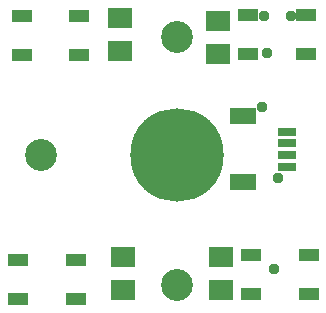
<source format=gts>
G75*
%MOIN*%
%OFA0B0*%
%FSLAX25Y25*%
%IPPOS*%
%LPD*%
%AMOC8*
5,1,8,0,0,1.08239X$1,22.5*
%
%ADD10C,0.31115*%
%ADD11C,0.10643*%
%ADD12R,0.08674X0.05524*%
%ADD13R,0.06115X0.03162*%
%ADD14R,0.06706X0.04343*%
%ADD15R,0.07887X0.07099*%
%ADD16C,0.03778*%
D10*
X0062324Y0060355D03*
D11*
X0062324Y0099725D03*
X0017048Y0060355D03*
X0062324Y0017048D03*
D12*
X0084548Y0051300D03*
X0084548Y0073347D03*
D13*
X0099017Y0068229D03*
X0099017Y0064292D03*
X0099017Y0060355D03*
X0099017Y0056418D03*
D14*
X0009410Y0012402D03*
X0009410Y0025394D03*
X0028702Y0025394D03*
X0028702Y0012402D03*
X0087048Y0013977D03*
X0087048Y0026969D03*
X0106339Y0026969D03*
X0106339Y0013977D03*
X0029922Y0093702D03*
X0029922Y0106694D03*
X0010631Y0106694D03*
X0010631Y0093702D03*
X0086182Y0094056D03*
X0086182Y0107048D03*
X0105473Y0107048D03*
X0105473Y0094056D03*
D15*
X0076103Y0094213D03*
X0076103Y0105237D03*
X0043623Y0106221D03*
X0043623Y0095198D03*
X0044607Y0026497D03*
X0044607Y0015473D03*
X0077087Y0015473D03*
X0077087Y0026497D03*
D16*
X0094900Y0022300D03*
X0096100Y0052900D03*
X0090700Y0076300D03*
X0092500Y0094300D03*
X0091300Y0106900D03*
X0100300Y0106900D03*
M02*

</source>
